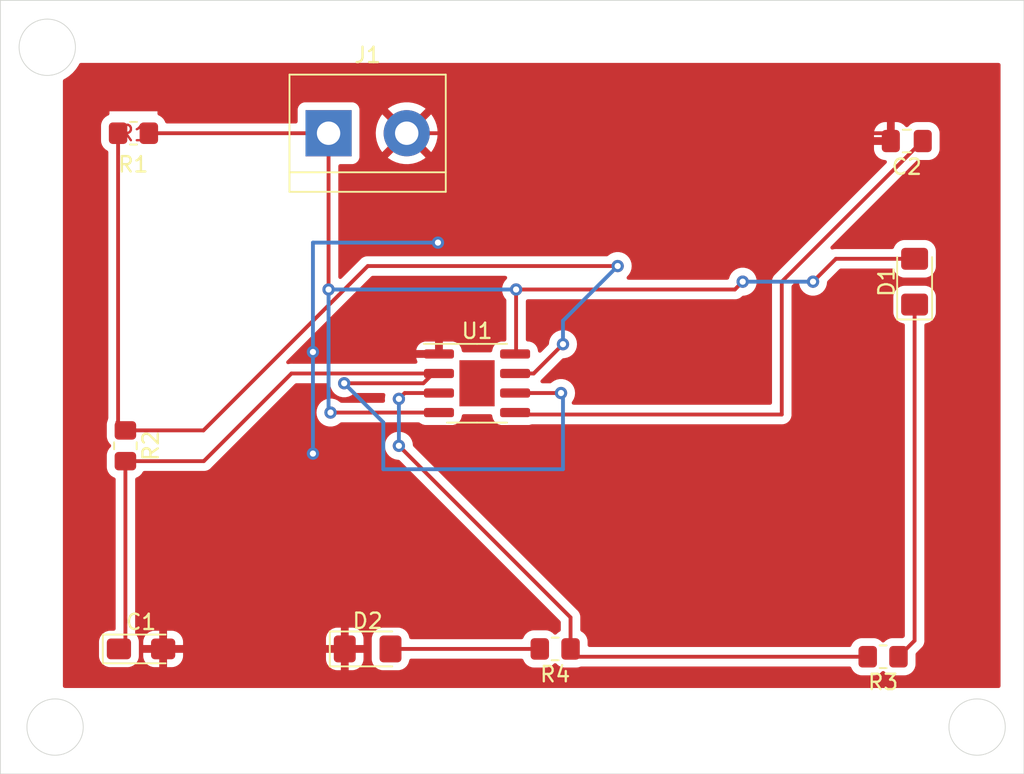
<source format=kicad_pcb>
(kicad_pcb (version 20211014) (generator pcbnew)
  (layers (0 "F.Cu" signal) (31 "B.Cu" signal) (34 "B.Paste" user) (35 "F.Paste" user) (36 "B.SilkS" user "B.Silkscreen") (37 "F.SilkS" user "F.Silkscreen") (38 "B.Mask" user) (39 "F.Mask" user) (44 "Edge.Cuts" user))
  (net 0 "")
  (net 1 "/pin_2")
  (net 2 "GND")
  (net 3 "Net-(C2-Pad1)")
  (net 4 "Net-(D1-Pad1)")
  (net 5 "+9V")
  (net 6 "Net-(D2-Pad2)")
  (net 7 "/pin_7")
  (net 8 "/pin_3")
  (footprint "Resistor_SMD:R_0805_2012Metric_Pad1.20x1.40mm_HandSolder" (layer "F.Cu") (at 180.324 114.808 180)
    (fp_text reference "R3" (at 0 -1.65) (layer "F.SilkS"))
    (fp_text value "1k")
    (fp_line (start -0.227064 -0.735) (end 0.227064 -0.735) (layer "F.SilkS") (width 0.12))
    (fp_line (start -0.227064 0.735) (end 0.227064 0.735) (layer "F.SilkS") (width 0.12))
    (pad "1" smd roundrect (at -1 0 180) (size 1.2 1.4) (layers "F.Cu" "F.Paste" "F.Mask") (roundrect_rratio 0.2083333333) (net 4 "Net-(D1-Pad1)"))
    (pad "2" smd roundrect (at 1 0 180) (size 1.2 1.4) (layers "F.Cu" "F.Paste" "F.Mask") (roundrect_rratio 0.2083333333) (net 8 "/pin_3"))
  )
  (footprint "Capacitor_SMD:C_0805_2012Metric_Pad1.18x1.45mm_HandSolder" (layer "F.Cu") (at 181.864 81.28 180)
    (fp_text reference "C2" (at 0 -1.68) (layer "F.SilkS"))
    (fp_text value "0.01 μF")
    (fp_line (start -0.261252 0.735) (end 0.261252 0.735) (layer "F.SilkS") (width 0.12))
    (fp_line (start -0.261252 -0.735) (end 0.261252 -0.735) (layer "F.SilkS") (width 0.12))
    (pad "1" smd roundrect (at -1.0375 0 180) (size 1.175 1.45) (layers "F.Cu" "F.Paste" "F.Mask") (roundrect_rratio 0.2127659574) (net 3 "Net-(C2-Pad1)"))
    (pad "2" smd roundrect (at 1.0375 0 180) (size 1.175 1.45) (layers "F.Cu" "F.Paste" "F.Mask") (roundrect_rratio 0.2127659574) (net 2 "GND"))
  )
  (footprint "Resistor_SMD:R_0805_2012Metric_Pad1.20x1.40mm_HandSolder" (layer "F.Cu") (at 159.004 114.3 180)
    (fp_text reference "R4" (at 0 -1.65) (layer "F.SilkS"))
    (fp_text value "1k")
    (fp_line (start -0.227064 0.735) (end 0.227064 0.735) (layer "F.SilkS") (width 0.12))
    (fp_line (start -0.227064 -0.735) (end 0.227064 -0.735) (layer "F.SilkS") (width 0.12))
    (pad "1" smd roundrect (at -1 0 180) (size 1.2 1.4) (layers "F.Cu" "F.Paste" "F.Mask") (roundrect_rratio 0.2083333333) (net 8 "/pin_3"))
    (pad "2" smd roundrect (at 1 0 180) (size 1.2 1.4) (layers "F.Cu" "F.Paste" "F.Mask") (roundrect_rratio 0.2083333333) (net 6 "Net-(D2-Pad2)"))
  )
  (footprint "TerminalBlock:TerminalBlock_bornier-2_P5.08mm" (layer "F.Cu") (at 144.272 80.772)
    (fp_text reference "J1" (at 2.54 -5.08) (layer "F.SilkS"))
    (fp_text value " ")
    (fp_line (start 7.62 3.81) (end 7.62 -3.81) (layer "F.SilkS") (width 0.12))
    (fp_line (start -2.54 -3.81) (end -2.54 3.81) (layer "F.SilkS") (width 0.12))
    (fp_line (start 7.62 -3.81) (end -2.54 -3.81) (layer "F.SilkS") (width 0.12))
    (fp_line (start 7.62 2.54) (end -2.54 2.54) (layer "F.SilkS") (width 0.12))
    (fp_line (start -2.54 3.81) (end 7.62 3.81) (layer "F.SilkS") (width 0.12))
    (pad "1" thru_hole rect (at 0 0) (size 3 3) (drill 1.52) (layers *.Cu *.Mask) (net 5 "+9V"))
    (pad "2" thru_hole circle (at 5.08 0) (size 3 3) (drill 1.52) (layers *.Cu *.Mask) (net 2 "GND"))
  )
  (footprint "Resistor_SMD:R_0805_2012Metric_Pad1.20x1.40mm_HandSolder" (layer "F.Cu") (at 131.588 80.772 180)
    (fp_text reference "R1" (at 0 0) (layer "F.Cu"))
    (fp_text value "1k")
    (fp_line (start -0.227064 0.735) (end 0.227064 0.735) (layer "F.SilkS") (width 0.12))
    (fp_line (start -0.227064 -0.735) (end 0.227064 -0.735) (layer "F.SilkS") (width 0.12))
    (pad "1" smd roundrect (at -1 0 180) (size 1.2 1.4) (layers "F.Cu" "F.Paste" "F.Mask") (roundrect_rratio 0.2083333333) (net 5 "+9V"))
    (pad "2" smd roundrect (at 1 0 180) (size 1.2 1.4) (layers "F.Cu" "F.Paste" "F.Mask") (roundrect_rratio 0.2083333333) (net 7 "/pin_7"))
  )
  (footprint "Package_SO:SOIC-8-1EP_3.9x4.9mm_P1.27mm_EP2.29x3mm" (layer "F.Cu") (at 153.924 97.028)
    (fp_text reference "U1" (at 0 -3.4) (layer "F.SilkS"))
    (fp_text value " ")
    (fp_line (start 0 -2.56) (end 1.95 -2.56) (layer "F.SilkS") (width 0.12))
    (fp_line (start 0 2.56) (end 1.95 2.56) (layer "F.SilkS") (width 0.12))
    (fp_line (start 0 -2.56) (end -3.45 -2.56) (layer "F.SilkS") (width 0.12))
    (fp_line (start 0 2.56) (end -1.95 2.56) (layer "F.SilkS") (width 0.12))
    (pad "1" smd roundrect (at -2.475 -1.905) (size 1.95 0.6) (layers "F.Cu" "F.Paste" "F.Mask") (net 2 "GND"))
    (pad "2" smd roundrect (at -2.475 -0.635) (size 1.95 0.6) (layers "F.Cu" "F.Paste" "F.Mask") (net 1 "/pin_2"))
    (pad "3" smd roundrect (at -2.475 0.635) (size 1.95 0.6) (layers "F.Cu" "F.Paste" "F.Mask") (net 8 "/pin_3"))
    (pad "4" smd roundrect (at -2.475 1.905) (size 1.95 0.6) (layers "F.Cu" "F.Paste" "F.Mask") (net 5 "+9V"))
    (pad "5" smd roundrect (at 2.475 1.905) (size 1.95 0.6) (layers "F.Cu" "F.Paste" "F.Mask") (net 3 "Net-(C2-Pad1)"))
    (pad "6" smd roundrect (at 2.475 0.635) (size 1.95 0.6) (layers "F.Cu" "F.Paste" "F.Mask") (net 1 "/pin_2"))
    (pad "7" smd roundrect (at 2.475 -0.635) (size 1.95 0.6) (layers "F.Cu" "F.Paste" "F.Mask") (net 7 "/pin_7"))
    (pad "8" smd roundrect (at 2.475 -1.905) (size 1.95 0.6) (layers "F.Cu" "F.Paste" "F.Mask") (net 5 "+9V"))
    (pad "9" smd rect (at 0 0) (size 2.29 3) (layers "F.Cu" "F.Mask"))
  )
  (footprint "LED_SMD:LED_1206_3216Metric_Pad1.42x1.75mm_HandSolder" (layer "F.Cu") (at 146.812 114.3)
    (fp_text reference "D2" (at 0 -1.82) (layer "F.SilkS"))
    (fp_text value "LED")
    (fp_line (start -2.46 1.135) (end 1.6 1.135) (layer "F.SilkS") (width 0.12))
    (fp_line (start 1.6 -1.135) (end -2.46 -1.135) (layer "F.SilkS") (width 0.12))
    (fp_line (start -2.46 -1.135) (end -2.46 1.135) (layer "F.SilkS") (width 0.12))
    (pad "1" smd roundrect (at -1.4875 0) (size 1.425 1.75) (layers "F.Cu" "F.Paste" "F.Mask") (roundrect_rratio 0.1754392982) (net 2 "GND"))
    (pad "2" smd roundrect (at 1.4875 0) (size 1.425 1.75) (layers "F.Cu" "F.Paste" "F.Mask") (roundrect_rratio 0.1754392982) (net 6 "Net-(D2-Pad2)"))
  )
  (footprint "LED_SMD:LED_1206_3216Metric_Pad1.42x1.75mm_HandSolder" (layer "F.Cu") (at 182.372 90.424 90)
    (fp_text reference "D1" (at 0 -1.82 90) (layer "F.SilkS"))
    (fp_text value "LED")
    (fp_line (start -2.46 1.135) (end 1.6 1.135) (layer "F.SilkS") (width 0.12))
    (fp_line (start -2.46 -1.135) (end -2.46 1.135) (layer "F.SilkS") (width 0.12))
    (fp_line (start 1.6 -1.135) (end -2.46 -1.135) (layer "F.SilkS") (width 0.12))
    (pad "1" smd roundrect (at -1.4875 0 90) (size 1.425 1.75) (layers "F.Cu" "F.Paste" "F.Mask") (roundrect_rratio 0.1754392982) (net 4 "Net-(D1-Pad1)"))
    (pad "2" smd roundrect (at 1.4875 0 90) (size 1.425 1.75) (layers "F.Cu" "F.Paste" "F.Mask") (roundrect_rratio 0.1754392982) (net 5 "+9V"))
  )
  (footprint "Capacitor_Tantalum_SMD:CP_EIA-3216-18_Kemet-A_Pad1.58x1.35mm_HandSolder" (layer "F.Cu") (at 132.08 114.3)
    (fp_text reference "C1" (at 0 -1.75) (layer "F.SilkS"))
    (fp_text value "10 μF")
    (fp_line (start -2.485 -0.935) (end -2.485 0.935) (layer "F.SilkS") (width 0.12))
    (fp_line (start -2.485 0.935) (end 1.6 0.935) (layer "F.SilkS") (width 0.12))
    (fp_line (start 1.6 -0.935) (end -2.485 -0.935) (layer "F.SilkS") (width 0.12))
    (pad "1" smd roundrect (at -1.4375 0) (size 1.575 1.35) (layers "F.Cu" "F.Paste" "F.Mask") (roundrect_rratio 0.1851851852) (net 1 "/pin_2"))
    (pad "2" smd roundrect (at 1.4375 0) (size 1.575 1.35) (layers "F.Cu" "F.Paste" "F.Mask") (roundrect_rratio 0.1851851852) (net 2 "GND"))
  )
  (footprint "Resistor_SMD:R_0805_2012Metric_Pad1.20x1.40mm_HandSolder" (layer "F.Cu") (at 131.064 101.092 -90)
    (fp_text reference "R2" (at 0 -1.65 90) (layer "F.SilkS"))
    (fp_text value "10k")
    (fp_line (start -0.227064 -0.735) (end 0.227064 -0.735) (layer "F.SilkS") (width 0.12))
    (fp_line (start -0.227064 0.735) (end 0.227064 0.735) (layer "F.SilkS") (width 0.12))
    (pad "1" smd roundrect (at -1 0 270) (size 1.2 1.4) (layers "F.Cu" "F.Paste" "F.Mask") (roundrect_rratio 0.2083333333) (net 7 "/pin_7"))
    (pad "2" smd roundrect (at 1 0 270) (size 1.2 1.4) (layers "F.Cu" "F.Paste" "F.Mask") (roundrect_rratio 0.2083333333) (net 1 "/pin_2"))
  )
  (gr_circle (center 125.984 75.184) (end 127 76.708) (layer "Edge.Cuts") (width 0.05) (fill none))
  (gr_rect (start 122.936 72.136) (end 189.484 122.428) (layer "Edge.Cuts") (width 0.05) (fill none))
  (gr_circle (center 186.436 119.38) (end 187.452 120.904) (layer "Edge.Cuts") (width 0.05) (fill none))
  (gr_circle (center 126.492 119.38) (end 127.508 120.904) (layer "Edge.Cuts") (width 0.05) (fill none))
  (gr_text "R1" (at 131.572 82.804) (layer "F.SilkS") (effects (font (size 1 1))))
  (segment (start 141.859 96.393) (end 151.449 96.393) (width 0.25) (layer "F.Cu") (net 1))
  (segment (start 131.064 113.8785) (end 130.6425 114.3) (width 0.25) (layer "F.Cu") (net 1))
  (segment (start 131.064 102.092) (end 136.16 102.092) (width 0.25) (layer "F.Cu") (net 1))
  (segment (start 145.288 97.028) (end 150.437249 97.028) (width 0.25) (layer "F.Cu") (net 1))
  (segment (start 151.072249 96.393) (end 151.449 96.393) (width 0.25) (layer "F.Cu") (net 1))
  (segment (start 136.16 102.092) (end 141.859 96.393) (width 0.25) (layer "F.Cu") (net 1))
  (segment (start 131.064 102.092) (end 131.064 113.8785) (width 0.25) (layer "F.Cu") (net 1))
  (segment (start 150.437249 97.028) (end 151.072249 96.393) (width 0.25) (layer "F.Cu") (net 1))
  (segment (start 156.399 97.663) (end 159.385 97.663) (width 0.25) (layer "F.Cu") (net 1))
  (via (at 145.288 97.028) (size 0.8) (drill 0.4) (layers "F.Cu" "B.Cu") (net 1))
  (via (at 159.385 97.663) (size 0.8) (drill 0.4) (layers "F.Cu" "B.Cu") (net 1))
  (segment (start 159.512 102.616) (end 159.512 97.79) (width 0.25) (layer "B.Cu") (net 1))
  (segment (start 147.828 102.616) (end 159.512 102.616) (width 0.25) (layer "B.Cu") (net 1))
  (segment (start 147.828 99.568) (end 147.828 102.616) (width 0.25) (layer "B.Cu") (net 1))
  (segment (start 145.288 97.028) (end 147.828 99.568) (width 0.25) (layer "B.Cu") (net 1))
  (segment (start 159.512 97.79) (end 159.385 97.663) (width 0.25) (layer "B.Cu") (net 1))
  (segment (start 151.384 82.804) (end 151.384 87.884) (width 0.25) (layer "F.Cu") (net 2))
  (segment (start 151.449 95.123) (end 143.383 95.123) (width 0.25) (layer "F.Cu") (net 2))
  (segment (start 145.3245 103.6685) (end 143.256 101.6) (width 0.25) (layer "F.Cu") (net 2))
  (segment (start 180.8265 81.28) (end 180.3185 80.772) (width 0.25) (layer "F.Cu") (net 2))
  (segment (start 145.3245 114.3) (end 133.5175 114.3) (width 0.25) (layer "F.Cu") (net 2))
  (segment (start 149.352 80.772) (end 151.384 82.804) (width 0.25) (layer "F.Cu") (net 2))
  (segment (start 180.3185 80.772) (end 149.352 80.772) (width 0.25) (layer "F.Cu") (net 2))
  (segment (start 145.3245 114.3) (end 145.3245 103.6685) (width 0.25) (layer "F.Cu") (net 2))
  (segment (start 143.383 95.123) (end 143.256 94.996) (width 0.25) (layer "F.Cu") (net 2))
  (via (at 143.256 101.6) (size 0.8) (drill 0.4) (layers "F.Cu" "B.Cu") (net 2))
  (via (at 143.256 94.996) (size 0.8) (drill 0.4) (layers "F.Cu" "B.Cu") (net 2))
  (via (at 151.384 87.884) (size 0.8) (drill 0.4) (layers "F.Cu" "B.Cu") (net 2))
  (segment (start 143.256 87.884) (end 143.256 94.996) (width 0.25) (layer "B.Cu") (net 2))
  (segment (start 143.256 94.996) (end 143.256 101.6) (width 0.25) (layer "B.Cu") (net 2))
  (segment (start 151.384 87.884) (end 143.256 87.884) (width 0.25) (layer "B.Cu") (net 2))
  (segment (start 173.736 99.06) (end 156.526 99.06) (width 0.25) (layer "F.Cu") (net 3))
  (segment (start 156.526 99.06) (end 156.399 98.933) (width 0.25) (layer "F.Cu") (net 3))
  (segment (start 182.88 81.28) (end 173.736 90.424) (width 0.25) (layer "F.Cu") (net 3))
  (segment (start 173.736 90.424) (end 173.736 99.06) (width 0.25) (layer "F.Cu") (net 3))
  (segment (start 182.9015 81.28) (end 182.88 81.28) (width 0.25) (layer "F.Cu") (net 3))
  (segment (start 182.372 113.76) (end 181.324 114.808) (width 0.25) (layer "F.Cu") (net 4))
  (segment (start 182.372 91.9115) (end 182.372 113.76) (width 0.25) (layer "F.Cu") (net 4))
  (segment (start 144.272 80.772) (end 144.272 90.932) (width 0.25) (layer "F.Cu") (net 5))
  (segment (start 170.688 90.932) (end 171.196 90.424) (width 0.25) (layer "F.Cu") (net 5))
  (segment (start 151.449 98.933) (end 144.399 98.933) (width 0.25) (layer "F.Cu") (net 5))
  (segment (start 182.372 88.9365) (end 177.2555 88.9365) (width 0.25) (layer "F.Cu") (net 5))
  (segment (start 177.2555 88.9365) (end 175.768 90.424) (width 0.25) (layer "F.Cu") (net 5))
  (segment (start 156.464 95.058) (end 156.464 90.932) (width 0.25) (layer "F.Cu") (net 5))
  (segment (start 156.464 90.932) (end 170.688 90.932) (width 0.25) (layer "F.Cu") (net 5))
  (segment (start 156.399 95.123) (end 156.464 95.058) (width 0.25) (layer "F.Cu") (net 5))
  (segment (start 144.272 80.772) (end 132.588 80.772) (width 0.25) (layer "F.Cu") (net 5))
  (via (at 156.464 90.932) (size 0.8) (drill 0.4) (layers "F.Cu" "B.Cu") (net 5))
  (via (at 144.272 90.932) (size 0.8) (drill 0.4) (layers "F.Cu" "B.Cu") (net 5))
  (via (at 175.768 90.424) (size 0.8) (drill 0.4) (layers "F.Cu" "B.Cu") (net 5))
  (via (at 171.196 90.424) (size 0.8) (drill 0.4) (layers "F.Cu" "B.Cu") (net 5))
  (via (at 144.399 98.933) (size 0.8) (drill 0.4) (layers "F.Cu" "B.Cu") (net 5))
  (segment (start 144.272 90.932) (end 144.272 98.806) (width 0.25) (layer "B.Cu") (net 5))
  (segment (start 156.464 90.932) (end 144.272 90.932) (width 0.25) (layer "B.Cu") (net 5))
  (segment (start 171.196 90.424) (end 175.768 90.424) (width 0.25) (layer "B.Cu") (net 5))
  (segment (start 144.272 98.806) (end 144.399 98.933) (width 0.25) (layer "B.Cu") (net 5))
  (segment (start 148.2995 114.3) (end 158.004 114.3) (width 0.25) (layer "F.Cu") (net 6))
  (segment (start 156.399 96.393) (end 157.607 96.393) (width 0.25) (layer "F.Cu") (net 7))
  (segment (start 130.588 80.772) (end 130.588 99.616) (width 0.25) (layer "F.Cu") (net 7))
  (segment (start 130.54 99.568) (end 131.064 100.092) (width 0.25) (layer "F.Cu") (net 7))
  (segment (start 157.607 96.393) (end 159.512 94.488) (width 0.25) (layer "F.Cu") (net 7))
  (segment (start 131.064 100.092) (end 136.137305 100.092) (width 0.25) (layer "F.Cu") (net 7))
  (segment (start 130.588 99.616) (end 131.064 100.092) (width 0.25) (layer "F.Cu") (net 7))
  (segment (start 136.137305 100.092) (end 146.821305 89.408) (width 0.25) (layer "F.Cu") (net 7))
  (segment (start 146.821305 89.408) (end 163.068 89.408) (width 0.25) (layer "F.Cu") (net 7))
  (via (at 159.512 94.488) (size 0.8) (drill 0.4) (layers "F.Cu" "B.Cu") (net 7))
  (via (at 163.068 89.408) (size 0.8) (drill 0.4) (layers "F.Cu" "B.Cu") (net 7))
  (segment (start 163.068 89.408) (end 159.512 92.964) (width 0.25) (layer "B.Cu") (net 7))
  (segment (start 159.512 92.964) (end 159.512 94.488) (width 0.25) (layer "B.Cu") (net 7))
  (segment (start 160.512 114.808) (end 160.004 114.3) (width 0.25) (layer "F.Cu") (net 8))
  (segment (start 151.449 97.663) (end 149.225 97.663) (width 0.25) (layer "F.Cu") (net 8))
  (segment (start 160.004 112.252) (end 148.844 101.092) (width 0.25) (layer "F.Cu") (net 8))
  (segment (start 160.004 114.3) (end 160.004 112.252) (width 0.25) (layer "F.Cu") (net 8))
  (segment (start 179.324 114.808) (end 160.512 114.808) (width 0.25) (layer "F.Cu") (net 8))
  (segment (start 149.225 97.663) (end 148.844 98.044) (width 0.25) (layer "F.Cu") (net 8))
  (via (at 148.844 98.044) (size 0.8) (drill 0.4) (layers "F.Cu" "B.Cu") (net 8))
  (via (at 148.844 101.092) (size 0.8) (drill 0.4) (layers "F.Cu" "B.Cu") (net 8))
  (segment (start 148.844 98.044) (end 148.844 101.092) (width 0.25) (layer "B.Cu") (net 8))
  (zone (net 2) (net_name "GND") (layer "F.Cu") (connect_pads (clearance 0.508)) (min_thickness 0.254) (fill yes (thermal_gap 0.508) (thermal_bridge_width 0.508))
    (polygon (pts (xy 187.96 116.84) (xy 127 116.84) (xy 127 76.2) (xy 187.96 76.2)))
  )
)
</source>
